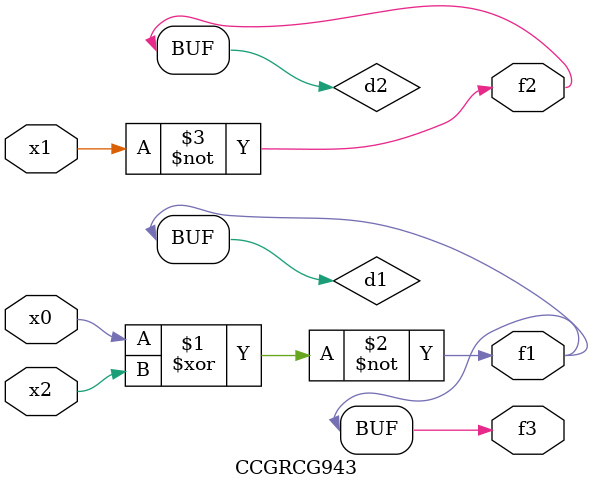
<source format=v>
module CCGRCG943(
	input x0, x1, x2,
	output f1, f2, f3
);

	wire d1, d2, d3;

	xnor (d1, x0, x2);
	nand (d2, x1);
	nor (d3, x1, x2);
	assign f1 = d1;
	assign f2 = d2;
	assign f3 = d1;
endmodule

</source>
